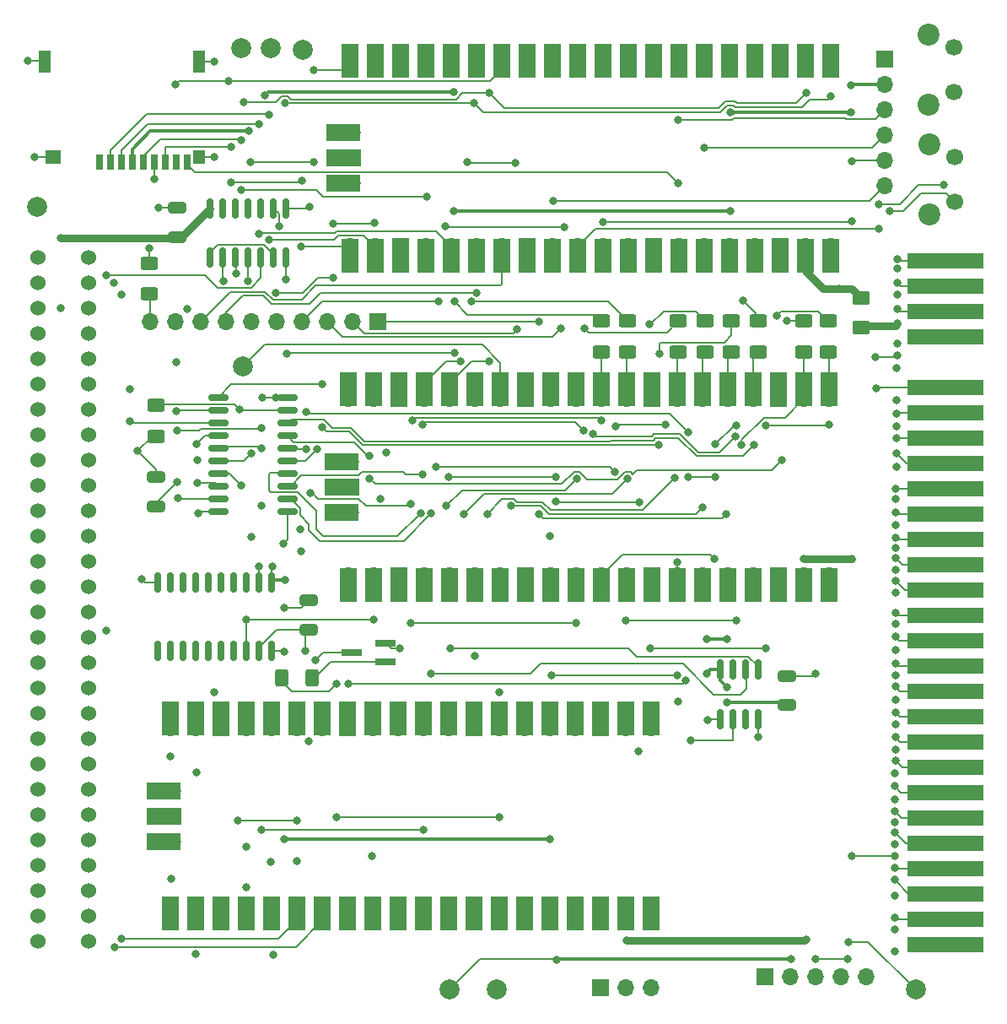
<source format=gtl>
G04 #@! TF.GenerationSoftware,KiCad,Pcbnew,(6.0.0)*
G04 #@! TF.CreationDate,2023-11-06T12:19:40+00:00*
G04 #@! TF.ProjectId,srom,73726f6d-2e6b-4696-9361-645f70636258,v1.3 to v1.4*
G04 #@! TF.SameCoordinates,Original*
G04 #@! TF.FileFunction,Copper,L1,Top*
G04 #@! TF.FilePolarity,Positive*
%FSLAX46Y46*%
G04 Gerber Fmt 4.6, Leading zero omitted, Abs format (unit mm)*
G04 Created by KiCad (PCBNEW (6.0.0)) date 2023-11-06 12:19:40*
%MOMM*%
%LPD*%
G01*
G04 APERTURE LIST*
G04 Aperture macros list*
%AMRoundRect*
0 Rectangle with rounded corners*
0 $1 Rounding radius*
0 $2 $3 $4 $5 $6 $7 $8 $9 X,Y pos of 4 corners*
0 Add a 4 corners polygon primitive as box body*
4,1,4,$2,$3,$4,$5,$6,$7,$8,$9,$2,$3,0*
0 Add four circle primitives for the rounded corners*
1,1,$1+$1,$2,$3*
1,1,$1+$1,$4,$5*
1,1,$1+$1,$6,$7*
1,1,$1+$1,$8,$9*
0 Add four rect primitives between the rounded corners*
20,1,$1+$1,$2,$3,$4,$5,0*
20,1,$1+$1,$4,$5,$6,$7,0*
20,1,$1+$1,$6,$7,$8,$9,0*
20,1,$1+$1,$8,$9,$2,$3,0*%
G04 Aperture macros list end*
G04 #@! TA.AperFunction,ComponentPad*
%ADD10C,2.200000*%
G04 #@! TD*
G04 #@! TA.AperFunction,ComponentPad*
%ADD11C,1.700000*%
G04 #@! TD*
G04 #@! TA.AperFunction,ComponentPad*
%ADD12C,2.000000*%
G04 #@! TD*
G04 #@! TA.AperFunction,SMDPad,CuDef*
%ADD13R,7.620000X1.524000*%
G04 #@! TD*
G04 #@! TA.AperFunction,SMDPad,CuDef*
%ADD14RoundRect,0.250000X-0.625000X0.400000X-0.625000X-0.400000X0.625000X-0.400000X0.625000X0.400000X0*%
G04 #@! TD*
G04 #@! TA.AperFunction,ComponentPad*
%ADD15O,1.700000X1.700000*%
G04 #@! TD*
G04 #@! TA.AperFunction,SMDPad,CuDef*
%ADD16R,1.700000X3.500000*%
G04 #@! TD*
G04 #@! TA.AperFunction,ComponentPad*
%ADD17R,1.700000X1.700000*%
G04 #@! TD*
G04 #@! TA.AperFunction,SMDPad,CuDef*
%ADD18R,3.500000X1.700000*%
G04 #@! TD*
G04 #@! TA.AperFunction,SMDPad,CuDef*
%ADD19R,2.000000X0.650000*%
G04 #@! TD*
G04 #@! TA.AperFunction,SMDPad,CuDef*
%ADD20RoundRect,0.150000X-0.837500X-0.150000X0.837500X-0.150000X0.837500X0.150000X-0.837500X0.150000X0*%
G04 #@! TD*
G04 #@! TA.AperFunction,SMDPad,CuDef*
%ADD21RoundRect,0.250000X0.650000X-0.325000X0.650000X0.325000X-0.650000X0.325000X-0.650000X-0.325000X0*%
G04 #@! TD*
G04 #@! TA.AperFunction,SMDPad,CuDef*
%ADD22R,0.700000X1.600000*%
G04 #@! TD*
G04 #@! TA.AperFunction,SMDPad,CuDef*
%ADD23R,1.200000X2.200000*%
G04 #@! TD*
G04 #@! TA.AperFunction,SMDPad,CuDef*
%ADD24R,1.600000X1.400000*%
G04 #@! TD*
G04 #@! TA.AperFunction,SMDPad,CuDef*
%ADD25R,1.200000X1.400000*%
G04 #@! TD*
G04 #@! TA.AperFunction,SMDPad,CuDef*
%ADD26RoundRect,0.150000X0.150000X-0.825000X0.150000X0.825000X-0.150000X0.825000X-0.150000X-0.825000X0*%
G04 #@! TD*
G04 #@! TA.AperFunction,SMDPad,CuDef*
%ADD27RoundRect,0.250000X-0.400000X-0.625000X0.400000X-0.625000X0.400000X0.625000X-0.400000X0.625000X0*%
G04 #@! TD*
G04 #@! TA.AperFunction,SMDPad,CuDef*
%ADD28RoundRect,0.250000X-0.650000X0.325000X-0.650000X-0.325000X0.650000X-0.325000X0.650000X0.325000X0*%
G04 #@! TD*
G04 #@! TA.AperFunction,SMDPad,CuDef*
%ADD29RoundRect,0.150000X-0.150000X0.837500X-0.150000X-0.837500X0.150000X-0.837500X0.150000X0.837500X0*%
G04 #@! TD*
G04 #@! TA.AperFunction,SMDPad,CuDef*
%ADD30RoundRect,0.250001X-0.624999X0.462499X-0.624999X-0.462499X0.624999X-0.462499X0.624999X0.462499X0*%
G04 #@! TD*
G04 #@! TA.AperFunction,ComponentPad*
%ADD31C,1.524000*%
G04 #@! TD*
G04 #@! TA.AperFunction,ViaPad*
%ADD32C,0.800000*%
G04 #@! TD*
G04 #@! TA.AperFunction,Conductor*
%ADD33C,0.200000*%
G04 #@! TD*
G04 #@! TA.AperFunction,Conductor*
%ADD34C,0.750000*%
G04 #@! TD*
G04 #@! TA.AperFunction,Conductor*
%ADD35C,0.300000*%
G04 #@! TD*
G04 APERTURE END LIST*
D10*
X139875000Y-83490000D03*
X139875000Y-90490000D03*
D11*
X142375000Y-84740000D03*
X142375000Y-89240000D03*
D12*
X138450000Y-168240000D03*
D10*
X139775000Y-72490000D03*
X139775000Y-79490000D03*
D11*
X142275000Y-73740000D03*
X142275000Y-78240000D03*
D12*
X76950000Y-73940000D03*
D13*
X141450000Y-95120000D03*
X141450000Y-97660000D03*
X141450000Y-100200000D03*
X141450000Y-102740000D03*
X141450000Y-107820000D03*
X141450000Y-110360000D03*
X141450000Y-112900000D03*
X141450000Y-115440000D03*
X141450000Y-117980000D03*
X141450000Y-120520000D03*
X141450000Y-123060000D03*
X141450000Y-125600000D03*
X141450000Y-128140000D03*
X141450000Y-130680000D03*
X141450000Y-133220000D03*
X141450000Y-135760000D03*
X141450000Y-138300000D03*
X141450000Y-140840000D03*
X141450000Y-143380000D03*
X141450000Y-145920000D03*
X141450000Y-148460000D03*
X141450000Y-151000000D03*
X141450000Y-153540000D03*
X141450000Y-156080000D03*
X141450000Y-158620000D03*
X141450000Y-161160000D03*
X141450000Y-163700000D03*
D14*
X62212500Y-109625000D03*
X62212500Y-112725000D03*
D12*
X50250000Y-89740000D03*
D15*
X129925000Y-75950000D03*
D16*
X129925000Y-75050000D03*
D15*
X127385000Y-75950000D03*
D16*
X127385000Y-75050000D03*
X124845000Y-75050000D03*
D17*
X124845000Y-75950000D03*
D16*
X122305000Y-75050000D03*
D15*
X122305000Y-75950000D03*
X119765000Y-75950000D03*
D16*
X119765000Y-75050000D03*
D15*
X117225000Y-75950000D03*
D16*
X117225000Y-75050000D03*
D15*
X114685000Y-75950000D03*
D16*
X114685000Y-75050000D03*
D17*
X112145000Y-75950000D03*
D16*
X112145000Y-75050000D03*
D15*
X109605000Y-75950000D03*
D16*
X109605000Y-75050000D03*
D15*
X107065000Y-75950000D03*
D16*
X107065000Y-75050000D03*
D15*
X104525000Y-75950000D03*
D16*
X104525000Y-75050000D03*
D15*
X101985000Y-75950000D03*
D16*
X101985000Y-75050000D03*
D17*
X99445000Y-75950000D03*
D16*
X99445000Y-75050000D03*
D15*
X96905000Y-75950000D03*
D16*
X96905000Y-75050000D03*
D15*
X94365000Y-75950000D03*
D16*
X94365000Y-75050000D03*
D15*
X91825000Y-75950000D03*
D16*
X91825000Y-75050000D03*
X89285000Y-75050000D03*
D15*
X89285000Y-75950000D03*
D17*
X86745000Y-75950000D03*
D16*
X86745000Y-75050000D03*
X84205000Y-75050000D03*
D15*
X84205000Y-75950000D03*
D16*
X81665000Y-75050000D03*
D15*
X81665000Y-75950000D03*
X81665000Y-93730000D03*
D16*
X81665000Y-94630000D03*
X84205000Y-94630000D03*
D15*
X84205000Y-93730000D03*
D16*
X86745000Y-94630000D03*
D17*
X86745000Y-93730000D03*
D16*
X89285000Y-94630000D03*
D15*
X89285000Y-93730000D03*
X91825000Y-93730000D03*
D16*
X91825000Y-94630000D03*
D15*
X94365000Y-93730000D03*
D16*
X94365000Y-94630000D03*
X96905000Y-94630000D03*
D15*
X96905000Y-93730000D03*
D16*
X99445000Y-94630000D03*
D17*
X99445000Y-93730000D03*
D16*
X101985000Y-94630000D03*
D15*
X101985000Y-93730000D03*
X104525000Y-93730000D03*
D16*
X104525000Y-94630000D03*
X107065000Y-94630000D03*
D15*
X107065000Y-93730000D03*
X109605000Y-93730000D03*
D16*
X109605000Y-94630000D03*
X112145000Y-94630000D03*
D17*
X112145000Y-93730000D03*
D16*
X114685000Y-94630000D03*
D15*
X114685000Y-93730000D03*
D16*
X117225000Y-94630000D03*
D15*
X117225000Y-93730000D03*
D16*
X119765000Y-94630000D03*
D15*
X119765000Y-93730000D03*
D16*
X122305000Y-94630000D03*
D15*
X122305000Y-93730000D03*
D17*
X124845000Y-93730000D03*
D16*
X124845000Y-94630000D03*
X127385000Y-94630000D03*
D15*
X127385000Y-93730000D03*
X129925000Y-93730000D03*
D16*
X129925000Y-94630000D03*
D18*
X80995000Y-82300000D03*
D15*
X81895000Y-82300000D03*
D18*
X80995000Y-84840000D03*
D17*
X81895000Y-84840000D03*
D15*
X81895000Y-87380000D03*
D18*
X80995000Y-87380000D03*
D12*
X96450000Y-168240000D03*
X91650000Y-168240000D03*
D19*
X85260000Y-135390000D03*
X85260000Y-133490000D03*
X81840000Y-134440000D03*
D20*
X68450000Y-108860000D03*
X68450000Y-110130000D03*
X68450000Y-111400000D03*
X68450000Y-112670000D03*
X68450000Y-113940000D03*
X68450000Y-115210000D03*
X68450000Y-116480000D03*
X68450000Y-117750000D03*
X68450000Y-119020000D03*
X68450000Y-120290000D03*
X75375000Y-120290000D03*
X75375000Y-119020000D03*
X75375000Y-117750000D03*
X75375000Y-116480000D03*
X75375000Y-115210000D03*
X75375000Y-113940000D03*
X75375000Y-112670000D03*
X75375000Y-111400000D03*
X75375000Y-110130000D03*
X75375000Y-108860000D03*
D12*
X70950000Y-105740000D03*
D21*
X64300000Y-92800000D03*
X64300000Y-89850000D03*
D22*
X56550000Y-85240000D03*
X57650000Y-85240000D03*
X58750000Y-85240000D03*
X59850000Y-85240000D03*
X60950000Y-85240000D03*
X62050000Y-85240000D03*
D23*
X66500000Y-75140000D03*
D24*
X51900000Y-84740000D03*
D25*
X66500000Y-84740000D03*
D23*
X51000000Y-75140000D03*
D22*
X63150000Y-85240000D03*
X64250000Y-85240000D03*
X65350000Y-85240000D03*
D26*
X118845000Y-141115000D03*
X120115000Y-141115000D03*
X121385000Y-141115000D03*
X122655000Y-141115000D03*
X122655000Y-136165000D03*
X121385000Y-136165000D03*
X120115000Y-136165000D03*
X118845000Y-136165000D03*
D14*
X117350000Y-101190000D03*
X117350000Y-104290000D03*
D26*
X67640000Y-94815000D03*
X68910000Y-94815000D03*
X70180000Y-94815000D03*
X71450000Y-94815000D03*
X72720000Y-94815000D03*
X73990000Y-94815000D03*
X75260000Y-94815000D03*
X75260000Y-89865000D03*
X73990000Y-89865000D03*
X72720000Y-89865000D03*
X71450000Y-89865000D03*
X70180000Y-89865000D03*
X68910000Y-89865000D03*
X67640000Y-89865000D03*
D17*
X123375000Y-166940000D03*
D15*
X125915000Y-166940000D03*
X128455000Y-166940000D03*
X130995000Y-166940000D03*
X133535000Y-166940000D03*
D14*
X109550000Y-101190000D03*
X109550000Y-104290000D03*
D17*
X84475000Y-101240000D03*
D15*
X81935000Y-101240000D03*
X79395000Y-101240000D03*
X76855000Y-101240000D03*
X74315000Y-101240000D03*
X71775000Y-101240000D03*
X69235000Y-101240000D03*
X66695000Y-101240000D03*
X64155000Y-101240000D03*
X61615000Y-101240000D03*
D12*
X70750000Y-73840000D03*
D16*
X129780000Y-108050000D03*
D15*
X129780000Y-108950000D03*
X127240000Y-108950000D03*
D16*
X127240000Y-108050000D03*
X124700000Y-108050000D03*
D17*
X124700000Y-108950000D03*
D15*
X122160000Y-108950000D03*
D16*
X122160000Y-108050000D03*
D15*
X119620000Y-108950000D03*
D16*
X119620000Y-108050000D03*
D15*
X117080000Y-108950000D03*
D16*
X117080000Y-108050000D03*
X114540000Y-108050000D03*
D15*
X114540000Y-108950000D03*
D17*
X112000000Y-108950000D03*
D16*
X112000000Y-108050000D03*
D15*
X109460000Y-108950000D03*
D16*
X109460000Y-108050000D03*
D15*
X106920000Y-108950000D03*
D16*
X106920000Y-108050000D03*
X104380000Y-108050000D03*
D15*
X104380000Y-108950000D03*
X101840000Y-108950000D03*
D16*
X101840000Y-108050000D03*
X99300000Y-108050000D03*
D17*
X99300000Y-108950000D03*
D15*
X96760000Y-108950000D03*
D16*
X96760000Y-108050000D03*
D15*
X94220000Y-108950000D03*
D16*
X94220000Y-108050000D03*
X91680000Y-108050000D03*
D15*
X91680000Y-108950000D03*
D16*
X89140000Y-108050000D03*
D15*
X89140000Y-108950000D03*
D16*
X86600000Y-108050000D03*
D17*
X86600000Y-108950000D03*
D16*
X84060000Y-108050000D03*
D15*
X84060000Y-108950000D03*
X81520000Y-108950000D03*
D16*
X81520000Y-108050000D03*
X81520000Y-127630000D03*
D15*
X81520000Y-126730000D03*
X84060000Y-126730000D03*
D16*
X84060000Y-127630000D03*
X86600000Y-127630000D03*
D17*
X86600000Y-126730000D03*
D16*
X89140000Y-127630000D03*
D15*
X89140000Y-126730000D03*
D16*
X91680000Y-127630000D03*
D15*
X91680000Y-126730000D03*
X94220000Y-126730000D03*
D16*
X94220000Y-127630000D03*
D15*
X96760000Y-126730000D03*
D16*
X96760000Y-127630000D03*
D17*
X99300000Y-126730000D03*
D16*
X99300000Y-127630000D03*
D15*
X101840000Y-126730000D03*
D16*
X101840000Y-127630000D03*
D15*
X104380000Y-126730000D03*
D16*
X104380000Y-127630000D03*
X106920000Y-127630000D03*
D15*
X106920000Y-126730000D03*
D16*
X109460000Y-127630000D03*
D15*
X109460000Y-126730000D03*
D16*
X112000000Y-127630000D03*
D17*
X112000000Y-126730000D03*
D16*
X114540000Y-127630000D03*
D15*
X114540000Y-126730000D03*
D16*
X117080000Y-127630000D03*
D15*
X117080000Y-126730000D03*
D16*
X119620000Y-127630000D03*
D15*
X119620000Y-126730000D03*
X122160000Y-126730000D03*
D16*
X122160000Y-127630000D03*
D17*
X124700000Y-126730000D03*
D16*
X124700000Y-127630000D03*
D15*
X127240000Y-126730000D03*
D16*
X127240000Y-127630000D03*
X129780000Y-127630000D03*
D15*
X129780000Y-126730000D03*
D18*
X80850000Y-115300000D03*
D15*
X81750000Y-115300000D03*
D17*
X81750000Y-117840000D03*
D18*
X80850000Y-117840000D03*
D15*
X81750000Y-120380000D03*
D18*
X80850000Y-120380000D03*
D14*
X122650000Y-101190000D03*
X122650000Y-104290000D03*
D17*
X106825000Y-168040000D03*
D15*
X109365000Y-168040000D03*
X111905000Y-168040000D03*
D17*
X135350000Y-74940000D03*
D15*
X135350000Y-77480000D03*
X135350000Y-80020000D03*
X135350000Y-82560000D03*
X135350000Y-85100000D03*
X135350000Y-87640000D03*
D14*
X106950000Y-101190000D03*
X106950000Y-104290000D03*
D27*
X74800000Y-136940000D03*
X77900000Y-136940000D03*
D21*
X62212500Y-119815000D03*
X62212500Y-116865000D03*
D14*
X127250000Y-101190000D03*
X127250000Y-104290000D03*
D12*
X73750000Y-73840000D03*
D14*
X129650000Y-101190000D03*
X129650000Y-104290000D03*
D21*
X125550000Y-139715000D03*
X125550000Y-136765000D03*
D14*
X61550000Y-95390000D03*
X61550000Y-98490000D03*
D28*
X77550000Y-129165000D03*
X77550000Y-132115000D03*
D29*
X73765000Y-127377500D03*
X72495000Y-127377500D03*
X71225000Y-127377500D03*
X69955000Y-127377500D03*
X68685000Y-127377500D03*
X67415000Y-127377500D03*
X66145000Y-127377500D03*
X64875000Y-127377500D03*
X63605000Y-127377500D03*
X62335000Y-127377500D03*
X62335000Y-134302500D03*
X63605000Y-134302500D03*
X64875000Y-134302500D03*
X66145000Y-134302500D03*
X67415000Y-134302500D03*
X68685000Y-134302500D03*
X69955000Y-134302500D03*
X71225000Y-134302500D03*
X72495000Y-134302500D03*
X73765000Y-134302500D03*
D30*
X132950000Y-98852500D03*
X132950000Y-101827500D03*
D14*
X114650000Y-101190000D03*
X114650000Y-104290000D03*
D31*
X50390000Y-105000000D03*
X55390000Y-105000000D03*
X55390000Y-94840000D03*
X55390000Y-97380000D03*
X55390000Y-99920000D03*
X55390000Y-102460000D03*
X55390000Y-107540000D03*
X55390000Y-110080000D03*
X55390000Y-112620000D03*
X55390000Y-115160000D03*
X55390000Y-117700000D03*
X55390000Y-120240000D03*
X55390000Y-122780000D03*
X55390000Y-125320000D03*
X55390000Y-127860000D03*
X55390000Y-130400000D03*
X55390000Y-132940000D03*
X55390000Y-135480000D03*
X55390000Y-138020000D03*
X55390000Y-140560000D03*
X55390000Y-143100000D03*
X55390000Y-145640000D03*
X55390000Y-148180000D03*
X55390000Y-150720000D03*
X55390000Y-153260000D03*
X55390000Y-155800000D03*
X55390000Y-158340000D03*
X55390000Y-160880000D03*
X55390000Y-163420000D03*
X50390000Y-94840000D03*
X50390000Y-97380000D03*
X50390000Y-99920000D03*
X50390000Y-102460000D03*
X50390000Y-107540000D03*
X50390000Y-110080000D03*
X50390000Y-112620000D03*
X50390000Y-115160000D03*
X50390000Y-117700000D03*
X50390000Y-120240000D03*
X50390000Y-122780000D03*
X50390000Y-125320000D03*
X50390000Y-127860000D03*
X50390000Y-130400000D03*
X50390000Y-132940000D03*
X50390000Y-135480000D03*
X50390000Y-138020000D03*
X50390000Y-140560000D03*
X50390000Y-143100000D03*
X50390000Y-145640000D03*
X50390000Y-148180000D03*
X50390000Y-150720000D03*
X50390000Y-153260000D03*
X50390000Y-155800000D03*
X50390000Y-158340000D03*
X50390000Y-160880000D03*
X50390000Y-163420000D03*
D14*
X119950000Y-101190000D03*
X119950000Y-104290000D03*
D15*
X111925000Y-141950000D03*
D16*
X111925000Y-141050000D03*
D15*
X109385000Y-141950000D03*
D16*
X109385000Y-141050000D03*
D17*
X106845000Y-141950000D03*
D16*
X106845000Y-141050000D03*
D15*
X104305000Y-141950000D03*
D16*
X104305000Y-141050000D03*
X101765000Y-141050000D03*
D15*
X101765000Y-141950000D03*
X99225000Y-141950000D03*
D16*
X99225000Y-141050000D03*
X96685000Y-141050000D03*
D15*
X96685000Y-141950000D03*
D17*
X94145000Y-141950000D03*
D16*
X94145000Y-141050000D03*
X91605000Y-141050000D03*
D15*
X91605000Y-141950000D03*
D16*
X89065000Y-141050000D03*
D15*
X89065000Y-141950000D03*
D16*
X86525000Y-141050000D03*
D15*
X86525000Y-141950000D03*
D16*
X83985000Y-141050000D03*
D15*
X83985000Y-141950000D03*
D16*
X81445000Y-141050000D03*
D17*
X81445000Y-141950000D03*
D16*
X78905000Y-141050000D03*
D15*
X78905000Y-141950000D03*
D16*
X76365000Y-141050000D03*
D15*
X76365000Y-141950000D03*
D16*
X73825000Y-141050000D03*
D15*
X73825000Y-141950000D03*
X71285000Y-141950000D03*
D16*
X71285000Y-141050000D03*
X68745000Y-141050000D03*
D17*
X68745000Y-141950000D03*
D15*
X66205000Y-141950000D03*
D16*
X66205000Y-141050000D03*
D15*
X63665000Y-141950000D03*
D16*
X63665000Y-141050000D03*
X63665000Y-160630000D03*
D15*
X63665000Y-159730000D03*
X66205000Y-159730000D03*
D16*
X66205000Y-160630000D03*
D17*
X68745000Y-159730000D03*
D16*
X68745000Y-160630000D03*
X71285000Y-160630000D03*
D15*
X71285000Y-159730000D03*
X73825000Y-159730000D03*
D16*
X73825000Y-160630000D03*
D15*
X76365000Y-159730000D03*
D16*
X76365000Y-160630000D03*
X78905000Y-160630000D03*
D15*
X78905000Y-159730000D03*
D16*
X81445000Y-160630000D03*
D17*
X81445000Y-159730000D03*
D16*
X83985000Y-160630000D03*
D15*
X83985000Y-159730000D03*
X86525000Y-159730000D03*
D16*
X86525000Y-160630000D03*
D15*
X89065000Y-159730000D03*
D16*
X89065000Y-160630000D03*
X91605000Y-160630000D03*
D15*
X91605000Y-159730000D03*
D17*
X94145000Y-159730000D03*
D16*
X94145000Y-160630000D03*
X96685000Y-160630000D03*
D15*
X96685000Y-159730000D03*
D16*
X99225000Y-160630000D03*
D15*
X99225000Y-159730000D03*
D16*
X101765000Y-160630000D03*
D15*
X101765000Y-159730000D03*
D16*
X104305000Y-160630000D03*
D15*
X104305000Y-159730000D03*
D16*
X106845000Y-160630000D03*
D17*
X106845000Y-159730000D03*
D15*
X109385000Y-159730000D03*
D16*
X109385000Y-160630000D03*
D15*
X111925000Y-159730000D03*
D16*
X111925000Y-160630000D03*
D18*
X62995000Y-148300000D03*
D15*
X63895000Y-148300000D03*
D17*
X63895000Y-150840000D03*
D18*
X62995000Y-150840000D03*
X62995000Y-153380000D03*
D15*
X63895000Y-153380000D03*
D32*
X136550000Y-109090000D03*
X50050000Y-84740000D03*
X86650000Y-134040000D03*
X62050000Y-86940000D03*
X122650000Y-142940000D03*
X61550000Y-93840000D03*
X68050000Y-75140000D03*
X49350000Y-75040000D03*
X60350000Y-114240000D03*
X77650000Y-89740000D03*
X77150000Y-134240000D03*
X136447569Y-128440000D03*
X68050000Y-84740000D03*
X66450000Y-120440000D03*
X62450000Y-89840000D03*
X60750000Y-127040000D03*
X128450000Y-136579500D03*
X75250000Y-97040000D03*
X52670000Y-99920000D03*
X52650000Y-92840000D03*
X136650000Y-101440000D03*
X132035500Y-125040000D03*
X109450000Y-163340000D03*
X127250000Y-125040000D03*
X127450000Y-163240000D03*
X130750000Y-97940000D03*
X85350000Y-114339500D03*
X136550000Y-115840000D03*
X136450000Y-119040000D03*
X84750000Y-119040000D03*
X136450000Y-121640000D03*
X76650000Y-122080500D03*
X76732000Y-124258000D03*
X136448069Y-123939501D03*
X101750000Y-122740000D03*
X73750000Y-155440000D03*
X136350000Y-153640000D03*
X71250000Y-153940000D03*
X136350000Y-151440000D03*
X66250000Y-146440000D03*
X136350000Y-149140000D03*
X63650000Y-144840000D03*
X136350000Y-146540000D03*
X136350000Y-157240000D03*
X63750000Y-157140000D03*
X136350000Y-162240000D03*
X66150000Y-164639500D03*
X136350000Y-161040000D03*
X71250000Y-157940000D03*
X136350000Y-164440000D03*
X73950000Y-164740000D03*
X58750000Y-98540000D03*
X58750000Y-163140000D03*
X136650000Y-98540000D03*
X58010000Y-97380000D03*
X58050000Y-163940000D03*
X136650000Y-97340000D03*
X64250000Y-105340000D03*
X136650000Y-104640000D03*
X64250000Y-110229500D03*
X134400000Y-104765000D03*
X134525000Y-107939500D03*
X59550000Y-111240000D03*
X59550000Y-108040000D03*
X136550000Y-110440000D03*
X136550000Y-105940000D03*
X136550000Y-112940000D03*
X66250000Y-113540000D03*
X72750000Y-119739500D03*
X136450000Y-120340000D03*
X72750000Y-113940000D03*
X71750000Y-114440500D03*
X71750000Y-122840000D03*
X136450000Y-122940000D03*
X136450000Y-118040000D03*
X70790000Y-117700000D03*
X66350000Y-117440000D03*
X136550000Y-114440000D03*
X66350000Y-115140000D03*
X136650000Y-99940000D03*
X64395850Y-118941897D03*
X65350000Y-99940000D03*
X87950000Y-111170500D03*
X106950000Y-111139500D03*
X93150000Y-120540500D03*
X109550000Y-117000500D03*
X95450000Y-120540500D03*
X114250000Y-116940000D03*
X117050000Y-119840000D03*
X97850000Y-119739500D03*
X119450000Y-120540000D03*
X100650000Y-120539500D03*
X120388896Y-112748451D03*
X106050000Y-112540500D03*
X120450000Y-131240000D03*
X120984053Y-113640500D03*
X109350000Y-131240000D03*
X123450000Y-111640000D03*
X111850000Y-134039500D03*
X123450000Y-134040000D03*
X129750000Y-111540000D03*
X74550000Y-91640500D03*
X72495000Y-125757500D03*
X136650000Y-95939503D03*
X71450000Y-97140500D03*
X70250000Y-96440000D03*
X136650000Y-94940000D03*
X136350000Y-152440000D03*
X83850000Y-154840000D03*
X78850000Y-107540000D03*
X112650000Y-113640500D03*
X114550000Y-125340000D03*
X78850000Y-111840000D03*
X96650000Y-138440000D03*
X68050000Y-138440000D03*
X136450000Y-137840000D03*
X68950000Y-97140000D03*
X57250000Y-96601500D03*
X57250000Y-132240000D03*
X136450000Y-132840000D03*
X100650000Y-101240000D03*
X77550000Y-143340000D03*
X78205500Y-135180500D03*
X135850000Y-90140000D03*
X136450000Y-144140000D03*
X80350000Y-137540000D03*
X96650000Y-150940000D03*
X80350000Y-150940000D03*
X131650000Y-165140000D03*
X128450000Y-165139500D03*
X114650000Y-81040000D03*
X117250000Y-83840000D03*
X124550000Y-100619500D03*
X122206849Y-113640500D03*
X83650000Y-117000500D03*
X125550000Y-101140000D03*
X124996340Y-115139500D03*
X83650000Y-114739500D03*
X121150000Y-99140000D03*
X77250000Y-114039500D03*
X118350000Y-113540000D03*
X77250000Y-110340000D03*
X118350000Y-116839500D03*
X115650000Y-116840000D03*
X115650000Y-112340000D03*
X120450000Y-111640000D03*
X112750000Y-104440000D03*
X90350000Y-115840000D03*
X108350000Y-111740000D03*
X108240653Y-116330653D03*
X77669633Y-118391934D03*
X78350000Y-114040000D03*
X87750000Y-119540000D03*
X113350000Y-111540000D03*
X102350000Y-119240000D03*
X110750000Y-119340000D03*
X111750000Y-101540000D03*
X88750000Y-120440000D03*
X102350000Y-116840000D03*
X91550000Y-116840500D03*
X105096876Y-112140878D03*
X105250000Y-101940000D03*
X88950000Y-111558000D03*
X88950000Y-116540000D03*
X93849500Y-99220500D03*
X89834364Y-120486072D03*
X92150000Y-104339500D03*
X75350000Y-104440000D03*
X92150000Y-99220500D03*
X74950000Y-123479500D03*
X71250000Y-131140000D03*
X72750000Y-152240000D03*
X89050000Y-152240000D03*
X84050000Y-131140000D03*
X104450000Y-117000500D03*
X91350000Y-119739500D03*
X93450000Y-85240000D03*
X98450000Y-102040000D03*
X98250000Y-85340000D03*
X136450000Y-135540000D03*
X94250000Y-134740000D03*
X136450000Y-140440000D03*
X114550000Y-136740000D03*
X114650000Y-139340000D03*
X101950000Y-136740000D03*
X102850000Y-101940000D03*
X91250000Y-91640000D03*
X103150000Y-91740000D03*
X90550000Y-99220500D03*
X79950000Y-96840000D03*
X74250000Y-98340000D03*
X79950000Y-91440000D03*
X84150000Y-91340000D03*
X78050000Y-76040000D03*
X78050000Y-85240000D03*
X71650000Y-85240000D03*
X94350000Y-98339500D03*
X115410474Y-137251889D03*
X115850000Y-143240000D03*
X81550000Y-137540000D03*
X89830500Y-136579500D03*
X91750000Y-134039500D03*
X117550000Y-141239500D03*
X118250000Y-125040000D03*
X110650000Y-144340000D03*
X136450000Y-145240000D03*
X107050000Y-91240000D03*
X132035500Y-91140000D03*
X132035500Y-85140000D03*
X102050000Y-89140000D03*
X136350000Y-154840000D03*
X131750000Y-163440000D03*
X76350000Y-155340000D03*
X76350000Y-151240000D03*
X70450000Y-151240000D03*
X132035500Y-154840000D03*
X70550000Y-110040000D03*
X134750000Y-91940000D03*
X104350000Y-131440000D03*
X141250000Y-87540000D03*
X87750000Y-131440000D03*
X134750000Y-89440000D03*
X74249500Y-108840000D03*
X125950000Y-165140000D03*
X102450000Y-165240000D03*
X73850000Y-125757500D03*
X64350000Y-112140000D03*
X72850000Y-108840000D03*
X75050000Y-153140000D03*
X75150000Y-127140000D03*
X72750000Y-111940000D03*
X64350000Y-117340000D03*
X75050000Y-129940000D03*
X101750000Y-153140000D03*
X75050000Y-134340000D03*
X117450000Y-136579500D03*
X119550000Y-137940000D03*
X119524244Y-139405500D03*
X119550000Y-133040000D03*
X117450000Y-133040000D03*
X71550000Y-82140000D03*
X73150000Y-78540500D03*
X92050000Y-90140000D03*
X131950000Y-80240000D03*
X92050000Y-78240000D03*
X119850000Y-80240000D03*
X119850000Y-90140000D03*
X131950000Y-77540000D03*
X76850000Y-87140000D03*
X69750000Y-83740000D03*
X76750000Y-93740000D03*
X69750000Y-87240000D03*
X73550000Y-80540000D03*
X73555378Y-93045378D03*
X70750000Y-88040000D03*
X70750000Y-83040000D03*
X89350000Y-88740000D03*
X72550000Y-81440000D03*
X72550000Y-92440000D03*
X127450000Y-78340000D03*
X95650000Y-105239500D03*
X95650000Y-78340000D03*
X71050500Y-79240000D03*
X94150000Y-79340000D03*
X92750000Y-105239500D03*
X75150000Y-79340000D03*
X129950000Y-78640000D03*
X69490000Y-77100000D03*
X64150000Y-77440000D03*
X114650000Y-87340000D03*
X136450000Y-124940000D03*
X136450000Y-127240000D03*
X136450000Y-130440000D03*
X136450000Y-142940000D03*
X136350000Y-147840000D03*
X136350000Y-150340000D03*
X136350000Y-156040000D03*
X136650000Y-103440000D03*
X136550000Y-111740000D03*
X136450000Y-126140000D03*
X136450000Y-131540000D03*
X136450000Y-134140000D03*
X136450000Y-136740000D03*
X136450000Y-139140000D03*
X136450000Y-141640000D03*
X136350000Y-158840000D03*
D33*
X68450000Y-120290000D02*
X66600000Y-120290000D01*
X75260000Y-89865000D02*
X77525000Y-89865000D01*
X49350000Y-75040000D02*
X50900000Y-75040000D01*
X61865000Y-112725000D02*
X60350000Y-114240000D01*
X50050000Y-84740000D02*
X51900000Y-84740000D01*
X62212500Y-116865000D02*
X62212500Y-116102500D01*
X72495000Y-133948604D02*
X74328604Y-132115000D01*
X68050000Y-75140000D02*
X66500000Y-75140000D01*
X66600000Y-120290000D02*
X66450000Y-120440000D01*
X61087500Y-127377500D02*
X60750000Y-127040000D01*
X68050000Y-84740000D02*
X66500000Y-84740000D01*
X62212500Y-116102500D02*
X60350000Y-114240000D01*
X74328604Y-132115000D02*
X77550000Y-132115000D01*
X128264500Y-136765000D02*
X125550000Y-136765000D01*
X128450000Y-136579500D02*
X128264500Y-136765000D01*
X61550000Y-95390000D02*
X61550000Y-93840000D01*
X62335000Y-127377500D02*
X61087500Y-127377500D01*
X62450000Y-89840000D02*
X64290000Y-89840000D01*
X122655000Y-141115000D02*
X122655000Y-142935000D01*
X62050000Y-85240000D02*
X62050000Y-86940000D01*
X77150000Y-132515000D02*
X77150000Y-134240000D01*
X86650000Y-134040000D02*
X85810000Y-134040000D01*
X75250000Y-97040000D02*
X75250000Y-94825000D01*
X85810000Y-134040000D02*
X85260000Y-133490000D01*
X122655000Y-142935000D02*
X122650000Y-142940000D01*
D34*
X52650000Y-92840000D02*
X64260000Y-92840000D01*
X132450500Y-101640000D02*
X136450000Y-101640000D01*
X64705000Y-92800000D02*
X67640000Y-89865000D01*
X136450000Y-101640000D02*
X136650000Y-101440000D01*
X130750000Y-97940000D02*
X129150000Y-97940000D01*
X130750000Y-97940000D02*
X132037500Y-97940000D01*
D33*
X127350000Y-163340000D02*
X127450000Y-163240000D01*
D34*
X129150000Y-97940000D02*
X127385000Y-96175000D01*
X109450000Y-163340000D02*
X127350000Y-163340000D01*
X132037500Y-97940000D02*
X132950000Y-98852500D01*
X127250000Y-125040000D02*
X132035500Y-125040000D01*
D33*
X73056396Y-93540000D02*
X68350000Y-93540000D01*
X68350000Y-93540000D02*
X67950000Y-93940000D01*
X73990000Y-94473604D02*
X73056396Y-93540000D01*
X137730000Y-158620000D02*
X141450000Y-158620000D01*
X136350000Y-157240000D02*
X137730000Y-158620000D01*
X136350000Y-161040000D02*
X136470000Y-161160000D01*
X136470000Y-161160000D02*
X141450000Y-161160000D01*
X58750000Y-163140000D02*
X74515000Y-163140000D01*
X74515000Y-163140000D02*
X76365000Y-161290000D01*
X76255000Y-163940000D02*
X78905000Y-161290000D01*
X58050000Y-163940000D02*
X76255000Y-163940000D01*
X136970000Y-97660000D02*
X141450000Y-97660000D01*
X136650000Y-97340000D02*
X136970000Y-97660000D01*
X68450000Y-110130000D02*
X64349500Y-110130000D01*
X64349500Y-110130000D02*
X64250000Y-110229500D01*
X134695000Y-107820000D02*
X134645000Y-107820000D01*
X134645000Y-107820000D02*
X134644500Y-107820000D01*
X136525000Y-104765000D02*
X134400000Y-104765000D01*
X141450000Y-107820000D02*
X134695000Y-107820000D01*
X136650000Y-104640000D02*
X136525000Y-104765000D01*
X134644500Y-107820000D02*
X134525000Y-107939500D01*
X136630000Y-110360000D02*
X141450000Y-110360000D01*
X68450000Y-111400000D02*
X59710000Y-111400000D01*
X136550000Y-110440000D02*
X136630000Y-110360000D01*
X59710000Y-111400000D02*
X59550000Y-111240000D01*
X136550000Y-112940000D02*
X136590000Y-112900000D01*
X67120000Y-112670000D02*
X68450000Y-112670000D01*
X136590000Y-112900000D02*
X141450000Y-112900000D01*
X66250000Y-113540000D02*
X67120000Y-112670000D01*
X136630000Y-120520000D02*
X141450000Y-120520000D01*
X136450000Y-120340000D02*
X136630000Y-120520000D01*
X68650500Y-113739500D02*
X72549500Y-113739500D01*
X72549500Y-113739500D02*
X72750000Y-113940000D01*
X68450000Y-115210000D02*
X70980500Y-115210000D01*
X136570000Y-123060000D02*
X141450000Y-123060000D01*
X136450000Y-122940000D02*
X136570000Y-123060000D01*
X70980500Y-115210000D02*
X71750000Y-114440500D01*
X136450000Y-118040000D02*
X136510000Y-117980000D01*
X136510000Y-117980000D02*
X141450000Y-117980000D01*
X69570000Y-116480000D02*
X68450000Y-116480000D01*
X70790000Y-117700000D02*
X69570000Y-116480000D01*
X137550000Y-115440000D02*
X141450000Y-115440000D01*
X68140000Y-117440000D02*
X68450000Y-117750000D01*
X66350000Y-117440000D02*
X68140000Y-117440000D01*
X136550000Y-114440000D02*
X137550000Y-115440000D01*
X64473953Y-119020000D02*
X64395850Y-118941897D01*
X68450000Y-119020000D02*
X64473953Y-119020000D01*
X136910000Y-100200000D02*
X141450000Y-100200000D01*
X136650000Y-99940000D02*
X136910000Y-100200000D01*
X88262000Y-110858500D02*
X87950000Y-111170500D01*
X106920000Y-108950000D02*
X106920000Y-104320000D01*
X106669000Y-110858500D02*
X88262000Y-110858500D01*
X106950000Y-111139500D02*
X106669000Y-110858500D01*
X95150500Y-118540000D02*
X108010500Y-118540000D01*
X109460000Y-108950000D02*
X109460000Y-104380000D01*
X108010500Y-118540000D02*
X109550000Y-117000500D01*
X93150000Y-120540500D02*
X95150500Y-118540000D01*
X96951000Y-119039500D02*
X98139950Y-119039500D01*
X114540000Y-108950000D02*
X114540000Y-104400000D01*
X98139950Y-119039500D02*
X98439950Y-119339500D01*
X101806136Y-120140000D02*
X111050000Y-120140000D01*
X95450000Y-120540500D02*
X96951000Y-119039500D01*
X98439950Y-119339500D02*
X101005635Y-119339500D01*
X111050000Y-120140000D02*
X114250000Y-116940000D01*
X101005635Y-119339500D02*
X101806136Y-120140000D01*
X101640450Y-120540000D02*
X116350000Y-120540000D01*
X100839950Y-119739500D02*
X101640450Y-120540000D01*
X117080000Y-108950000D02*
X117080000Y-104560000D01*
X97850000Y-119739500D02*
X100839950Y-119739500D01*
X116350000Y-120540000D02*
X117050000Y-119840000D01*
X100650000Y-120539500D02*
X101050500Y-120940000D01*
X119050000Y-120940000D02*
X119450000Y-120540000D01*
X101050500Y-120940000D02*
X119050000Y-120940000D01*
X119620000Y-108950000D02*
X119620000Y-104620000D01*
X106050000Y-112540500D02*
X106249500Y-112740000D01*
X122160000Y-108950000D02*
X122160000Y-104780000D01*
X116605636Y-114340000D02*
X118797347Y-114340000D01*
X111994864Y-112740000D02*
X112194365Y-112540500D01*
X106249500Y-112740000D02*
X111994864Y-112740000D01*
X114806136Y-112540500D02*
X116605636Y-114340000D01*
X120388896Y-112748451D02*
X118797347Y-114340000D01*
X112194365Y-112540500D02*
X114806136Y-112540500D01*
X125331500Y-110858500D02*
X127240000Y-108950000D01*
X109350000Y-131240000D02*
X120450000Y-131240000D01*
X123241550Y-110858500D02*
X125331500Y-110858500D01*
X127240000Y-108950000D02*
X127240000Y-104300000D01*
X120984053Y-113115997D02*
X123241550Y-110858500D01*
X120984053Y-113640500D02*
X120984053Y-113115997D01*
X129650000Y-111640000D02*
X129750000Y-111540000D01*
X123450000Y-111640000D02*
X129650000Y-111640000D01*
X129780000Y-108950000D02*
X129780000Y-104420000D01*
X123449500Y-134039500D02*
X123450000Y-134040000D01*
X111850000Y-134039500D02*
X123449500Y-134039500D01*
X74550000Y-91640500D02*
X74550000Y-90425000D01*
X74550000Y-90425000D02*
X73990000Y-89865000D01*
X72495000Y-125757500D02*
X72495000Y-127377500D01*
X71450000Y-97140500D02*
X71450000Y-94815000D01*
X70250000Y-96440000D02*
X70250000Y-94885000D01*
X136830000Y-95120000D02*
X141450000Y-95120000D01*
X136650000Y-94940000D02*
X136830000Y-95120000D01*
X137450000Y-153540000D02*
X141450000Y-153540000D01*
X136350000Y-152440000D02*
X137450000Y-153540000D01*
X79280000Y-112270000D02*
X78850000Y-111840000D01*
X114540000Y-125350000D02*
X114550000Y-125340000D01*
X69770000Y-107540000D02*
X68450000Y-108860000D01*
X114540000Y-126730000D02*
X114540000Y-125350000D01*
X81585686Y-112270000D02*
X79280000Y-112270000D01*
X82955686Y-113640000D02*
X81585686Y-112270000D01*
X78850000Y-107540000D02*
X69770000Y-107540000D01*
X112650000Y-113640500D02*
X112649500Y-113640000D01*
X112649500Y-113640000D02*
X82955686Y-113640000D01*
X136910000Y-138300000D02*
X141450000Y-138300000D01*
X68910000Y-97100000D02*
X68910000Y-94815000D01*
X68950000Y-97140000D02*
X68910000Y-97100000D01*
X136450000Y-137840000D02*
X136910000Y-138300000D01*
X71739950Y-97840500D02*
X72720000Y-96860450D01*
X136830000Y-133220000D02*
X141450000Y-133220000D01*
X71159550Y-97840000D02*
X71160050Y-97840500D01*
X68350000Y-97840000D02*
X71159550Y-97840000D01*
X71160050Y-97840500D02*
X71739950Y-97840500D01*
X57250000Y-96601500D02*
X67111500Y-96601500D01*
X72720000Y-96860450D02*
X72720000Y-94815000D01*
X136450000Y-132840000D02*
X136830000Y-133220000D01*
X67111500Y-96601500D02*
X68350000Y-97840000D01*
X84475000Y-101240000D02*
X100650000Y-101240000D01*
X137250000Y-90140000D02*
X135850000Y-90140000D01*
X78946000Y-134440000D02*
X81840000Y-134440000D01*
X141525000Y-88390000D02*
X139000000Y-88390000D01*
X142375000Y-89240000D02*
X141525000Y-88390000D01*
X78205500Y-135180500D02*
X78946000Y-134440000D01*
X137250000Y-90140000D02*
X139000000Y-88390000D01*
X80350000Y-150940000D02*
X96650000Y-150940000D01*
X79550000Y-138340000D02*
X75850000Y-138340000D01*
X80350000Y-137540000D02*
X79550000Y-138340000D01*
X75850000Y-138340000D02*
X74800000Y-137290000D01*
X128450500Y-165140000D02*
X131650000Y-165140000D01*
X128450000Y-165139500D02*
X128450500Y-165140000D01*
X134430000Y-80940000D02*
X135350000Y-80020000D01*
X131374999Y-80864999D02*
X131450000Y-80940000D01*
X120039950Y-81040000D02*
X120214951Y-80864999D01*
X120214951Y-80864999D02*
X131374999Y-80864999D01*
X114650000Y-81040000D02*
X120039950Y-81040000D01*
X131450000Y-80940000D02*
X134430000Y-80940000D01*
X134070000Y-83840000D02*
X135350000Y-82560000D01*
X117250000Y-83840000D02*
X134070000Y-83840000D01*
X128700000Y-100240000D02*
X124929500Y-100240000D01*
X79869950Y-111870000D02*
X79150000Y-111150050D01*
X121107349Y-114740000D02*
X116439950Y-114740000D01*
X107850000Y-113140000D02*
X107750000Y-113240000D01*
X122206849Y-113640500D02*
X121107349Y-114740000D01*
X112160550Y-113140000D02*
X107850000Y-113140000D01*
X124929500Y-100240000D02*
X124550000Y-100619500D01*
X79150000Y-111150050D02*
X79150000Y-111040000D01*
X75735000Y-111040000D02*
X75375000Y-111400000D01*
X116439950Y-114740000D02*
X114640450Y-112940500D01*
X129650000Y-101190000D02*
X128700000Y-100240000D01*
X81751371Y-111870000D02*
X79869950Y-111870000D01*
X112360050Y-112940500D02*
X112160550Y-113140000D01*
X79150000Y-111040000D02*
X75735000Y-111040000D01*
X83121372Y-113240000D02*
X81751371Y-111870000D01*
X114640450Y-112940500D02*
X112360050Y-112940500D01*
X107750000Y-113240000D02*
X83121372Y-113240000D01*
X102920550Y-117540000D02*
X104160050Y-116300500D01*
X82090000Y-113340000D02*
X76045000Y-113340000D01*
X109260050Y-116300500D02*
X109839950Y-116300500D01*
X104160050Y-116300500D02*
X104739950Y-116300500D01*
X123996340Y-116139500D02*
X124996340Y-115139500D01*
X110079450Y-116540000D02*
X110479950Y-116139500D01*
X104739950Y-116300500D02*
X105479450Y-117040000D01*
X110479950Y-116139500D02*
X123996340Y-116139500D01*
X109839950Y-116300500D02*
X110079450Y-116540000D01*
X125600000Y-101190000D02*
X125550000Y-101140000D01*
X83650000Y-117000500D02*
X84189500Y-117540000D01*
X84189500Y-117540000D02*
X102920550Y-117540000D01*
X127250000Y-101190000D02*
X125600000Y-101190000D01*
X105479450Y-117040000D02*
X108520550Y-117040000D01*
X108520550Y-117040000D02*
X109260050Y-116300500D01*
X83489500Y-114739500D02*
X82090000Y-113340000D01*
X83650000Y-114739500D02*
X83489500Y-114739500D01*
X76045000Y-113340000D02*
X75375000Y-112670000D01*
X120450000Y-111640000D02*
X120250000Y-111640000D01*
X121150000Y-99140000D02*
X122400500Y-100390500D01*
X115650000Y-112340000D02*
X113750000Y-110440000D01*
X77368500Y-110458500D02*
X102668500Y-110458500D01*
X102687000Y-110440000D02*
X102668500Y-110458500D01*
X122400500Y-100390500D02*
X122400500Y-101190000D01*
X77368500Y-110458500D02*
X77250000Y-110340000D01*
X118350000Y-116839500D02*
X115650500Y-116839500D01*
X115650500Y-116839500D02*
X115650000Y-116840000D01*
X77250000Y-114039500D02*
X75474500Y-114039500D01*
X120250000Y-111640000D02*
X118350000Y-113540000D01*
X113750000Y-110440000D02*
X102687000Y-110440000D01*
X107750000Y-115840000D02*
X90350000Y-115840000D01*
X77750000Y-118240000D02*
X77669633Y-118320367D01*
X112850000Y-103340000D02*
X112750000Y-103440000D01*
X119250000Y-103340000D02*
X119950000Y-102640000D01*
X87750000Y-119540000D02*
X87550000Y-119740000D01*
X77180000Y-115210000D02*
X75375000Y-115210000D01*
X82500000Y-118990000D02*
X78500000Y-118990000D01*
X108550000Y-111540000D02*
X108350000Y-111740000D01*
X112750000Y-103440000D02*
X112750000Y-104440000D01*
X78500000Y-118990000D02*
X77750000Y-118240000D01*
X119950000Y-101190000D02*
X119950000Y-102640000D01*
X113350000Y-111540000D02*
X108550000Y-111540000D01*
X83250000Y-119740000D02*
X82500000Y-118990000D01*
X119250000Y-103340000D02*
X112850000Y-103340000D01*
X77669633Y-118320367D02*
X77669633Y-118391934D01*
X108240653Y-116330653D02*
X107750000Y-115840000D01*
X78350000Y-114040000D02*
X77180000Y-115210000D01*
X87550000Y-119740000D02*
X83250000Y-119740000D01*
X102450000Y-119340000D02*
X102350000Y-119240000D01*
X102350000Y-116840000D02*
X91750000Y-116840000D01*
X113150000Y-100240000D02*
X111850000Y-101540000D01*
X91750000Y-116840000D02*
X91550500Y-116840000D01*
X78250000Y-120201104D02*
X76398896Y-118350000D01*
X86450000Y-122740000D02*
X78950000Y-122740000D01*
X117350000Y-101190000D02*
X116400000Y-100240000D01*
X88750000Y-120440000D02*
X86450000Y-122740000D01*
X91550500Y-116840000D02*
X91550000Y-116840500D01*
X110750000Y-119340000D02*
X102450000Y-119340000D01*
X78950000Y-122740000D02*
X78250000Y-122040000D01*
X73760000Y-118350000D02*
X73550000Y-118140000D01*
X76398896Y-118350000D02*
X73760000Y-118350000D01*
X116400000Y-100240000D02*
X113150000Y-100240000D01*
X73550000Y-116540000D02*
X73650000Y-116440000D01*
X73550000Y-118140000D02*
X73550000Y-116540000D01*
X111850000Y-101540000D02*
X111750000Y-101540000D01*
X73650000Y-116440000D02*
X75335000Y-116440000D01*
X78250000Y-122040000D02*
X78250000Y-120201104D01*
X89168000Y-111340000D02*
X104295998Y-111340000D01*
X113499500Y-102340500D02*
X114650000Y-101190000D01*
X87010500Y-116300500D02*
X82889500Y-116300500D01*
X88950000Y-116540000D02*
X87250000Y-116540000D01*
X105096876Y-112140878D02*
X104295998Y-111340000D01*
X76788896Y-116690000D02*
X75728896Y-117750000D01*
X105250000Y-101940000D02*
X105650500Y-102340500D01*
X82500000Y-116690000D02*
X76788896Y-116690000D01*
X82889500Y-116300500D02*
X82500000Y-116690000D01*
X87250000Y-116540000D02*
X87010500Y-116300500D01*
X89168000Y-111340000D02*
X88950000Y-111558000D01*
X105650500Y-102340500D02*
X113499500Y-102340500D01*
X76662500Y-120652500D02*
X76662500Y-119953604D01*
X107580500Y-99220500D02*
X93849500Y-99220500D01*
X89834364Y-120486072D02*
X87080436Y-123240000D01*
X78650000Y-123240000D02*
X77540000Y-122130000D01*
X76662500Y-119953604D02*
X75728896Y-119020000D01*
X77540000Y-122130000D02*
X77540000Y-121530000D01*
X77540000Y-121530000D02*
X76662500Y-120652500D01*
X87080436Y-123240000D02*
X78650000Y-123240000D01*
X109550000Y-101190000D02*
X107580500Y-99220500D01*
X106950000Y-101190000D02*
X106300000Y-100540000D01*
X75450500Y-104339500D02*
X75350000Y-104440000D01*
X92150000Y-104339500D02*
X75450500Y-104339500D01*
X93469500Y-100540000D02*
X92150000Y-99220500D01*
X106300000Y-100540000D02*
X93469500Y-100540000D01*
X75375000Y-123054500D02*
X75375000Y-120290000D01*
X74950000Y-123479500D02*
X75375000Y-123054500D01*
X89050000Y-152240000D02*
X72750000Y-152240000D01*
X71250000Y-131140000D02*
X84050000Y-131140000D01*
X71250000Y-131140000D02*
X71250000Y-134277500D01*
X103310500Y-118140000D02*
X104450000Y-117000500D01*
X91350000Y-119739500D02*
X92949500Y-118140000D01*
X92949500Y-118140000D02*
X103310500Y-118140000D01*
X98250000Y-85340000D02*
X93550000Y-85340000D01*
X81935000Y-101240000D02*
X83085000Y-102390000D01*
X83085000Y-102390000D02*
X98100000Y-102390000D01*
X93550000Y-85340000D02*
X93450000Y-85240000D01*
X98100000Y-102390000D02*
X98450000Y-102040000D01*
X136450000Y-135540000D02*
X136670000Y-135760000D01*
X136670000Y-135760000D02*
X141450000Y-135760000D01*
X136850000Y-140840000D02*
X141450000Y-140840000D01*
X114550000Y-136740000D02*
X101950000Y-136740000D01*
X136450000Y-140440000D02*
X136850000Y-140840000D01*
X80945000Y-102790000D02*
X79395000Y-101240000D01*
X103150000Y-91740000D02*
X91350000Y-91740000D01*
X102000000Y-102790000D02*
X80945000Y-102790000D01*
X102850000Y-101940000D02*
X102000000Y-102790000D01*
X91350000Y-91740000D02*
X91250000Y-91640000D01*
X78874500Y-99220500D02*
X90550000Y-99220500D01*
X76855000Y-101240000D02*
X78874500Y-99220500D01*
X74250000Y-98340000D02*
X76950000Y-98340000D01*
X84050000Y-91440000D02*
X84150000Y-91340000D01*
X78450000Y-96840000D02*
X79950000Y-96840000D01*
X76950000Y-98340000D02*
X78450000Y-96840000D01*
X79950000Y-91440000D02*
X84050000Y-91440000D01*
X71650000Y-85240000D02*
X78050000Y-85240000D01*
X78050000Y-76040000D02*
X81575000Y-76040000D01*
X78750500Y-98339500D02*
X94350000Y-98339500D01*
X69235000Y-100355000D02*
X70950000Y-98640000D01*
X69235000Y-101240000D02*
X69235000Y-100355000D01*
X72994364Y-98640000D02*
X73794365Y-99440000D01*
X70950000Y-98640000D02*
X72994364Y-98640000D01*
X77650000Y-99440000D02*
X78750500Y-98339500D01*
X73794365Y-99440000D02*
X77650000Y-99440000D01*
X73160050Y-98240000D02*
X73960050Y-99040000D01*
X96905000Y-97485000D02*
X96905000Y-93730000D01*
X73960050Y-99040000D02*
X76815686Y-99040000D01*
X69695000Y-98240000D02*
X73160050Y-98240000D01*
X76815686Y-99040000D02*
X78215686Y-97640000D01*
X96750000Y-97640000D02*
X96905000Y-97485000D01*
X78215686Y-97640000D02*
X96750000Y-97640000D01*
X66695000Y-101240000D02*
X69695000Y-98240000D01*
X120150000Y-143240000D02*
X115850000Y-143240000D01*
X81550000Y-137540000D02*
X115122363Y-137540000D01*
X120115000Y-141115000D02*
X120115000Y-143205000D01*
X115122363Y-137540000D02*
X115410474Y-137251889D01*
X115110500Y-135540000D02*
X118210500Y-138640000D01*
X121450000Y-138040000D02*
X121450000Y-136230000D01*
X120850000Y-138640000D02*
X121450000Y-138040000D01*
X89830500Y-136579500D02*
X99810500Y-136579500D01*
X99810500Y-136579500D02*
X100850000Y-135540000D01*
X100850000Y-135540000D02*
X115110500Y-135540000D01*
X118210500Y-138640000D02*
X120850000Y-138640000D01*
X109649500Y-134039500D02*
X110450000Y-134840000D01*
X91750000Y-134039500D02*
X109649500Y-134039500D01*
X110450000Y-134840000D02*
X121671396Y-134840000D01*
X121671396Y-134840000D02*
X122655000Y-135823604D01*
X118845000Y-141115000D02*
X117674500Y-141115000D01*
X117674500Y-141115000D02*
X117550000Y-141239500D01*
X118250000Y-125040000D02*
X117850000Y-124640000D01*
X109010000Y-124640000D02*
X106920000Y-126730000D01*
X117850000Y-124640000D02*
X109010000Y-124640000D01*
X137130000Y-145920000D02*
X141450000Y-145920000D01*
X136450000Y-145240000D02*
X137130000Y-145920000D01*
X61615000Y-101240000D02*
X61615000Y-98555000D01*
X132075500Y-85100000D02*
X135350000Y-85100000D01*
X131935500Y-91240000D02*
X132035500Y-91140000D01*
X107050000Y-91240000D02*
X131935500Y-91240000D01*
X132035500Y-85140000D02*
X132075500Y-85100000D01*
X102050000Y-89140000D02*
X133850000Y-89140000D01*
X133850000Y-89140000D02*
X134750000Y-88240000D01*
X131750000Y-163440000D02*
X133650000Y-163440000D01*
X70640000Y-110130000D02*
X75375000Y-110130000D01*
X76350000Y-151240000D02*
X70450000Y-151240000D01*
X70550000Y-110040000D02*
X70640000Y-110130000D01*
X136350000Y-154840000D02*
X132035500Y-154840000D01*
X70040000Y-109530000D02*
X62307500Y-109530000D01*
X70550000Y-110040000D02*
X70040000Y-109530000D01*
X133650000Y-163440000D02*
X138450000Y-168240000D01*
X104350000Y-131440000D02*
X87750000Y-131440000D01*
X134750000Y-91940000D02*
X106315000Y-91940000D01*
X141250000Y-87540000D02*
X138750000Y-87540000D01*
X136850000Y-89440000D02*
X134750000Y-89440000D01*
X106315000Y-91940000D02*
X104525000Y-93730000D01*
X136850000Y-89440000D02*
X138750000Y-87540000D01*
X85260000Y-135390000D02*
X79700000Y-135390000D01*
X79700000Y-135390000D02*
X78150000Y-136940000D01*
X74002500Y-127140000D02*
X73765000Y-127377500D01*
X102550000Y-165140000D02*
X102450000Y-165240000D01*
D35*
X75150000Y-127140000D02*
X74002500Y-127140000D01*
D33*
X64350000Y-117340000D02*
X62212500Y-119477500D01*
X73765000Y-125842500D02*
X73850000Y-125757500D01*
X66690000Y-112000000D02*
X72690000Y-112000000D01*
X94750000Y-165140000D02*
X91650000Y-168240000D01*
X75012500Y-134302500D02*
X75050000Y-134340000D01*
X66550000Y-112140000D02*
X66690000Y-112000000D01*
X72690000Y-112000000D02*
X72750000Y-111940000D01*
X102550000Y-165140000D02*
X94750000Y-165140000D01*
X75050000Y-129940000D02*
X76775000Y-129940000D01*
X73765000Y-127377500D02*
X73765000Y-125842500D01*
X64350000Y-112140000D02*
X66550000Y-112140000D01*
D35*
X125950000Y-165140000D02*
X102550000Y-165140000D01*
D33*
X74249500Y-108840000D02*
X72850000Y-108840000D01*
X76775000Y-129940000D02*
X77550000Y-129165000D01*
X73765000Y-134302500D02*
X75012500Y-134302500D01*
D35*
X75050000Y-153140000D02*
X101750000Y-153140000D01*
D33*
X74249500Y-108840000D02*
X75355000Y-108840000D01*
D35*
X117864500Y-136165000D02*
X117450000Y-136579500D01*
X118845000Y-136165000D02*
X117864500Y-136165000D01*
X119524244Y-139405500D02*
X125240500Y-139405500D01*
X117450000Y-133040000D02*
X119550000Y-133040000D01*
X118845000Y-137235000D02*
X118845000Y-136165000D01*
X119550000Y-137940000D02*
X118845000Y-137235000D01*
X73500500Y-78190000D02*
X92000000Y-78190000D01*
X92000000Y-78190000D02*
X92050000Y-78240000D01*
D33*
X131715685Y-80440000D02*
X131732843Y-80457157D01*
D35*
X59850000Y-85240000D02*
X59850000Y-83940000D01*
X61650000Y-82140000D02*
X71550000Y-82140000D01*
X73150000Y-78540500D02*
X73500500Y-78190000D01*
D33*
X131950000Y-77540000D02*
X132010000Y-77480000D01*
D35*
X131515685Y-80240000D02*
X131715685Y-80440000D01*
X120050000Y-80440000D02*
X120250000Y-80240000D01*
X120250000Y-80240000D02*
X131515685Y-80240000D01*
X59850000Y-83940000D02*
X61650000Y-82140000D01*
D33*
X119850000Y-80240000D02*
X120050000Y-80440000D01*
D35*
X92050000Y-90140000D02*
X119850000Y-90140000D01*
D33*
X131732843Y-80457157D02*
X131950000Y-80240000D01*
D35*
X132010000Y-77480000D02*
X135350000Y-77480000D01*
D33*
X76750000Y-93740000D02*
X76760000Y-93730000D01*
X76760000Y-93730000D02*
X81665000Y-93730000D01*
X69750000Y-87240000D02*
X76750000Y-87240000D01*
X63150000Y-83740000D02*
X69750000Y-83740000D01*
X76750000Y-87240000D02*
X76850000Y-87140000D01*
X63150000Y-85240000D02*
X63150000Y-83740000D01*
X83055000Y-92580000D02*
X84205000Y-93730000D01*
X73555378Y-93045378D02*
X73560756Y-93040000D01*
X57650000Y-84040000D02*
X61250000Y-80440000D01*
X80515000Y-92580000D02*
X83055000Y-92580000D01*
X57650000Y-85240000D02*
X57650000Y-84040000D01*
X73450000Y-80440000D02*
X73550000Y-80540000D01*
X80055000Y-93040000D02*
X80515000Y-92580000D01*
X61250000Y-80440000D02*
X73450000Y-80440000D01*
X73560756Y-93040000D02*
X80055000Y-93040000D01*
X60950000Y-84640000D02*
X62650000Y-82940000D01*
X78950000Y-88740000D02*
X89350000Y-88740000D01*
X78250000Y-88040000D02*
X78950000Y-88740000D01*
X70650000Y-82940000D02*
X70750000Y-83040000D01*
X62650000Y-82940000D02*
X70650000Y-82940000D01*
X70750000Y-88040000D02*
X78250000Y-88040000D01*
X80349315Y-92180000D02*
X90275000Y-92180000D01*
X72650000Y-92340000D02*
X80189314Y-92340000D01*
X72550000Y-92440000D02*
X72650000Y-92340000D01*
X58750000Y-84040000D02*
X61350000Y-81440000D01*
X61350000Y-81440000D02*
X72550000Y-81440000D01*
X90275000Y-92180000D02*
X91825000Y-93730000D01*
X80189314Y-92340000D02*
X80349315Y-92180000D01*
X58750000Y-85240000D02*
X58750000Y-84040000D01*
X120305635Y-79140000D02*
X119394364Y-79140000D01*
X75439950Y-78640000D02*
X75739950Y-78940000D01*
X95650000Y-105239500D02*
X93830500Y-105239500D01*
X75739950Y-78940000D02*
X92339950Y-78940000D01*
X71050500Y-79240000D02*
X74260050Y-79240000D01*
X92339950Y-78940000D02*
X92939950Y-78340000D01*
X127450000Y-78340000D02*
X126450000Y-79340000D01*
X126450000Y-79340000D02*
X120505636Y-79340000D01*
X92939950Y-78340000D02*
X95650000Y-78340000D01*
X118694364Y-79840000D02*
X97150000Y-79840000D01*
X74260050Y-79240000D02*
X74860050Y-78640000D01*
X74860050Y-78640000D02*
X75439950Y-78640000D01*
X93830500Y-105239500D02*
X91680000Y-107390000D01*
X119394364Y-79140000D02*
X118694364Y-79840000D01*
X97150000Y-79840000D02*
X95650000Y-78340000D01*
X120505636Y-79340000D02*
X120305635Y-79140000D01*
X89140000Y-107390000D02*
X91290500Y-105239500D01*
X95050000Y-80240000D02*
X94150000Y-79340000D01*
X127839950Y-78940000D02*
X127039950Y-79740000D01*
X119560050Y-79540000D02*
X118860050Y-80240000D01*
X129950000Y-78640000D02*
X129650000Y-78940000D01*
X129650000Y-78940000D02*
X127839950Y-78940000D01*
X118860050Y-80240000D02*
X95050000Y-80240000D01*
X127039950Y-79740000D02*
X120339950Y-79740000D01*
X94150000Y-79340000D02*
X75150000Y-79340000D01*
X91290500Y-105239500D02*
X92750000Y-105239500D01*
X120339950Y-79740000D02*
X120139950Y-79540000D01*
X120139950Y-79540000D02*
X119560050Y-79540000D01*
X94940450Y-103540000D02*
X73150000Y-103540000D01*
X96760000Y-105359550D02*
X94940450Y-103540000D01*
X73150000Y-103540000D02*
X70950000Y-105740000D01*
X96760000Y-108950000D02*
X96760000Y-105359550D01*
X64490000Y-77100000D02*
X69490000Y-77100000D01*
X95755000Y-77100000D02*
X96905000Y-75950000D01*
X69490000Y-77100000D02*
X95755000Y-77100000D01*
X64150000Y-77440000D02*
X64490000Y-77100000D01*
X114650000Y-87340000D02*
X113540000Y-86230000D01*
X113540000Y-86230000D02*
X66090000Y-86230000D01*
X66090000Y-86230000D02*
X65350000Y-85490000D01*
X137110000Y-125600000D02*
X141450000Y-125600000D01*
X136450000Y-124940000D02*
X137110000Y-125600000D01*
X136450000Y-127240000D02*
X137350000Y-128140000D01*
X137350000Y-128140000D02*
X141450000Y-128140000D01*
X136450000Y-130440000D02*
X136690000Y-130680000D01*
X136690000Y-130680000D02*
X141450000Y-130680000D01*
X136450000Y-142940000D02*
X136890000Y-143380000D01*
X136890000Y-143380000D02*
X141450000Y-143380000D01*
X136970000Y-148460000D02*
X141450000Y-148460000D01*
X136350000Y-147840000D02*
X136970000Y-148460000D01*
X136350000Y-150340000D02*
X137010000Y-151000000D01*
X137010000Y-151000000D02*
X141450000Y-151000000D01*
X136390000Y-156080000D02*
X141450000Y-156080000D01*
X136350000Y-156040000D02*
X136390000Y-156080000D01*
M02*

</source>
